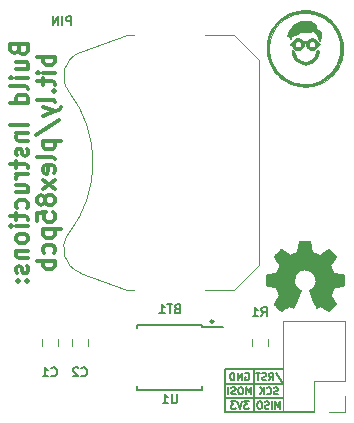
<source format=gbo>
G04 #@! TF.GenerationSoftware,KiCad,Pcbnew,(5.0.2)-1*
G04 #@! TF.CreationDate,2019-03-01T12:21:37-06:00*
G04 #@! TF.ProjectId,matrix_badge,6d617472-6978-45f6-9261-6467652e6b69,rev?*
G04 #@! TF.SameCoordinates,Original*
G04 #@! TF.FileFunction,Legend,Bot*
G04 #@! TF.FilePolarity,Positive*
%FSLAX46Y46*%
G04 Gerber Fmt 4.6, Leading zero omitted, Abs format (unit mm)*
G04 Created by KiCad (PCBNEW (5.0.2)-1) date 3/1/2019 12:21:37 PM*
%MOMM*%
%LPD*%
G01*
G04 APERTURE LIST*
%ADD10C,0.127000*%
%ADD11C,0.254000*%
%ADD12C,0.300000*%
%ADD13C,0.120000*%
%ADD14C,0.100000*%
%ADD15C,0.010000*%
%ADD16C,0.150000*%
G04 APERTURE END LIST*
D10*
X151828500Y-112776000D02*
X146939000Y-112776000D01*
X151828500Y-113982500D02*
X146939000Y-113982500D01*
X146939000Y-112776000D02*
X146939000Y-116395500D01*
X151828500Y-115189000D02*
X146939000Y-115189000D01*
X149352000Y-116395500D02*
X149352000Y-112776000D01*
X154432000Y-116395500D02*
X146939000Y-116395500D01*
X151579942Y-116099771D02*
X151579942Y-115490171D01*
X151376742Y-115925600D01*
X151173542Y-115490171D01*
X151173542Y-116099771D01*
X150883257Y-116099771D02*
X150883257Y-115490171D01*
X150622000Y-116070742D02*
X150534914Y-116099771D01*
X150389771Y-116099771D01*
X150331714Y-116070742D01*
X150302685Y-116041714D01*
X150273657Y-115983657D01*
X150273657Y-115925600D01*
X150302685Y-115867542D01*
X150331714Y-115838514D01*
X150389771Y-115809485D01*
X150505885Y-115780457D01*
X150563942Y-115751428D01*
X150592971Y-115722400D01*
X150622000Y-115664342D01*
X150622000Y-115606285D01*
X150592971Y-115548228D01*
X150563942Y-115519200D01*
X150505885Y-115490171D01*
X150360742Y-115490171D01*
X150273657Y-115519200D01*
X149896285Y-115490171D02*
X149780171Y-115490171D01*
X149722114Y-115519200D01*
X149664057Y-115577257D01*
X149635028Y-115693371D01*
X149635028Y-115896571D01*
X149664057Y-116012685D01*
X149722114Y-116070742D01*
X149780171Y-116099771D01*
X149896285Y-116099771D01*
X149954342Y-116070742D01*
X150012400Y-116012685D01*
X150041428Y-115896571D01*
X150041428Y-115693371D01*
X150012400Y-115577257D01*
X149954342Y-115519200D01*
X149896285Y-115490171D01*
X148900242Y-115490171D02*
X148522871Y-115490171D01*
X148726071Y-115722400D01*
X148638985Y-115722400D01*
X148580928Y-115751428D01*
X148551900Y-115780457D01*
X148522871Y-115838514D01*
X148522871Y-115983657D01*
X148551900Y-116041714D01*
X148580928Y-116070742D01*
X148638985Y-116099771D01*
X148813157Y-116099771D01*
X148871214Y-116070742D01*
X148900242Y-116041714D01*
X148348700Y-115490171D02*
X148145500Y-116099771D01*
X147942300Y-115490171D01*
X147797157Y-115490171D02*
X147419785Y-115490171D01*
X147622985Y-115722400D01*
X147535900Y-115722400D01*
X147477842Y-115751428D01*
X147448814Y-115780457D01*
X147419785Y-115838514D01*
X147419785Y-115983657D01*
X147448814Y-116041714D01*
X147477842Y-116070742D01*
X147535900Y-116099771D01*
X147710071Y-116099771D01*
X147768128Y-116070742D01*
X147797157Y-116041714D01*
X151188057Y-113048142D02*
X151710571Y-113831914D01*
X150636514Y-113686771D02*
X150839714Y-113396485D01*
X150984857Y-113686771D02*
X150984857Y-113077171D01*
X150752628Y-113077171D01*
X150694571Y-113106200D01*
X150665542Y-113135228D01*
X150636514Y-113193285D01*
X150636514Y-113280371D01*
X150665542Y-113338428D01*
X150694571Y-113367457D01*
X150752628Y-113396485D01*
X150984857Y-113396485D01*
X150404285Y-113657742D02*
X150317200Y-113686771D01*
X150172057Y-113686771D01*
X150114000Y-113657742D01*
X150084971Y-113628714D01*
X150055942Y-113570657D01*
X150055942Y-113512600D01*
X150084971Y-113454542D01*
X150114000Y-113425514D01*
X150172057Y-113396485D01*
X150288171Y-113367457D01*
X150346228Y-113338428D01*
X150375257Y-113309400D01*
X150404285Y-113251342D01*
X150404285Y-113193285D01*
X150375257Y-113135228D01*
X150346228Y-113106200D01*
X150288171Y-113077171D01*
X150143028Y-113077171D01*
X150055942Y-113106200D01*
X149881771Y-113077171D02*
X149533428Y-113077171D01*
X149707600Y-113686771D02*
X149707600Y-113077171D01*
X148609957Y-113106200D02*
X148668014Y-113077171D01*
X148755100Y-113077171D01*
X148842185Y-113106200D01*
X148900242Y-113164257D01*
X148929271Y-113222314D01*
X148958300Y-113338428D01*
X148958300Y-113425514D01*
X148929271Y-113541628D01*
X148900242Y-113599685D01*
X148842185Y-113657742D01*
X148755100Y-113686771D01*
X148697042Y-113686771D01*
X148609957Y-113657742D01*
X148580928Y-113628714D01*
X148580928Y-113425514D01*
X148697042Y-113425514D01*
X148319671Y-113686771D02*
X148319671Y-113077171D01*
X147971328Y-113686771D01*
X147971328Y-113077171D01*
X147681042Y-113686771D02*
X147681042Y-113077171D01*
X147535900Y-113077171D01*
X147448814Y-113106200D01*
X147390757Y-113164257D01*
X147361728Y-113222314D01*
X147332700Y-113338428D01*
X147332700Y-113425514D01*
X147361728Y-113541628D01*
X147390757Y-113599685D01*
X147448814Y-113657742D01*
X147535900Y-113686771D01*
X147681042Y-113686771D01*
X151405771Y-114864242D02*
X151318685Y-114893271D01*
X151173542Y-114893271D01*
X151115485Y-114864242D01*
X151086457Y-114835214D01*
X151057428Y-114777157D01*
X151057428Y-114719100D01*
X151086457Y-114661042D01*
X151115485Y-114632014D01*
X151173542Y-114602985D01*
X151289657Y-114573957D01*
X151347714Y-114544928D01*
X151376742Y-114515900D01*
X151405771Y-114457842D01*
X151405771Y-114399785D01*
X151376742Y-114341728D01*
X151347714Y-114312700D01*
X151289657Y-114283671D01*
X151144514Y-114283671D01*
X151057428Y-114312700D01*
X150447828Y-114835214D02*
X150476857Y-114864242D01*
X150563942Y-114893271D01*
X150622000Y-114893271D01*
X150709085Y-114864242D01*
X150767142Y-114806185D01*
X150796171Y-114748128D01*
X150825200Y-114632014D01*
X150825200Y-114544928D01*
X150796171Y-114428814D01*
X150767142Y-114370757D01*
X150709085Y-114312700D01*
X150622000Y-114283671D01*
X150563942Y-114283671D01*
X150476857Y-114312700D01*
X150447828Y-114341728D01*
X150186571Y-114893271D02*
X150186571Y-114283671D01*
X149838228Y-114893271D02*
X150099485Y-114544928D01*
X149838228Y-114283671D02*
X150186571Y-114632014D01*
X149103442Y-114893271D02*
X149103442Y-114283671D01*
X148900242Y-114719100D01*
X148697042Y-114283671D01*
X148697042Y-114893271D01*
X148290642Y-114283671D02*
X148174528Y-114283671D01*
X148116471Y-114312700D01*
X148058414Y-114370757D01*
X148029385Y-114486871D01*
X148029385Y-114690071D01*
X148058414Y-114806185D01*
X148116471Y-114864242D01*
X148174528Y-114893271D01*
X148290642Y-114893271D01*
X148348700Y-114864242D01*
X148406757Y-114806185D01*
X148435785Y-114690071D01*
X148435785Y-114486871D01*
X148406757Y-114370757D01*
X148348700Y-114312700D01*
X148290642Y-114283671D01*
X147797157Y-114864242D02*
X147710071Y-114893271D01*
X147564928Y-114893271D01*
X147506871Y-114864242D01*
X147477842Y-114835214D01*
X147448814Y-114777157D01*
X147448814Y-114719100D01*
X147477842Y-114661042D01*
X147506871Y-114632014D01*
X147564928Y-114602985D01*
X147681042Y-114573957D01*
X147739100Y-114544928D01*
X147768128Y-114515900D01*
X147797157Y-114457842D01*
X147797157Y-114399785D01*
X147768128Y-114341728D01*
X147739100Y-114312700D01*
X147681042Y-114283671D01*
X147535900Y-114283671D01*
X147448814Y-114312700D01*
X147187557Y-114893271D02*
X147187557Y-114283671D01*
D11*
X145923000Y-108712000D02*
G75*
G03X145923000Y-108712000I-127000J0D01*
G01*
D12*
X129432857Y-85714285D02*
X129504285Y-85928571D01*
X129575714Y-86000000D01*
X129718571Y-86071428D01*
X129932857Y-86071428D01*
X130075714Y-86000000D01*
X130147142Y-85928571D01*
X130218571Y-85785714D01*
X130218571Y-85214285D01*
X128718571Y-85214285D01*
X128718571Y-85714285D01*
X128790000Y-85857142D01*
X128861428Y-85928571D01*
X129004285Y-86000000D01*
X129147142Y-86000000D01*
X129290000Y-85928571D01*
X129361428Y-85857142D01*
X129432857Y-85714285D01*
X129432857Y-85214285D01*
X129218571Y-87357142D02*
X130218571Y-87357142D01*
X129218571Y-86714285D02*
X130004285Y-86714285D01*
X130147142Y-86785714D01*
X130218571Y-86928571D01*
X130218571Y-87142857D01*
X130147142Y-87285714D01*
X130075714Y-87357142D01*
X130218571Y-88071428D02*
X129218571Y-88071428D01*
X128718571Y-88071428D02*
X128790000Y-88000000D01*
X128861428Y-88071428D01*
X128790000Y-88142857D01*
X128718571Y-88071428D01*
X128861428Y-88071428D01*
X130218571Y-89000000D02*
X130147142Y-88857142D01*
X130004285Y-88785714D01*
X128718571Y-88785714D01*
X130218571Y-90214285D02*
X128718571Y-90214285D01*
X130147142Y-90214285D02*
X130218571Y-90071428D01*
X130218571Y-89785714D01*
X130147142Y-89642857D01*
X130075714Y-89571428D01*
X129932857Y-89500000D01*
X129504285Y-89500000D01*
X129361428Y-89571428D01*
X129290000Y-89642857D01*
X129218571Y-89785714D01*
X129218571Y-90071428D01*
X129290000Y-90214285D01*
X130218571Y-92071428D02*
X128718571Y-92071428D01*
X129218571Y-92785714D02*
X130218571Y-92785714D01*
X129361428Y-92785714D02*
X129290000Y-92857142D01*
X129218571Y-93000000D01*
X129218571Y-93214285D01*
X129290000Y-93357142D01*
X129432857Y-93428571D01*
X130218571Y-93428571D01*
X130147142Y-94071428D02*
X130218571Y-94214285D01*
X130218571Y-94500000D01*
X130147142Y-94642857D01*
X130004285Y-94714285D01*
X129932857Y-94714285D01*
X129790000Y-94642857D01*
X129718571Y-94500000D01*
X129718571Y-94285714D01*
X129647142Y-94142857D01*
X129504285Y-94071428D01*
X129432857Y-94071428D01*
X129290000Y-94142857D01*
X129218571Y-94285714D01*
X129218571Y-94500000D01*
X129290000Y-94642857D01*
X129218571Y-95142857D02*
X129218571Y-95714285D01*
X128718571Y-95357142D02*
X130004285Y-95357142D01*
X130147142Y-95428571D01*
X130218571Y-95571428D01*
X130218571Y-95714285D01*
X130218571Y-96214285D02*
X129218571Y-96214285D01*
X129504285Y-96214285D02*
X129361428Y-96285714D01*
X129290000Y-96357142D01*
X129218571Y-96500000D01*
X129218571Y-96642857D01*
X129218571Y-97785714D02*
X130218571Y-97785714D01*
X129218571Y-97142857D02*
X130004285Y-97142857D01*
X130147142Y-97214285D01*
X130218571Y-97357142D01*
X130218571Y-97571428D01*
X130147142Y-97714285D01*
X130075714Y-97785714D01*
X130147142Y-99142857D02*
X130218571Y-99000000D01*
X130218571Y-98714285D01*
X130147142Y-98571428D01*
X130075714Y-98500000D01*
X129932857Y-98428571D01*
X129504285Y-98428571D01*
X129361428Y-98500000D01*
X129290000Y-98571428D01*
X129218571Y-98714285D01*
X129218571Y-99000000D01*
X129290000Y-99142857D01*
X129218571Y-99571428D02*
X129218571Y-100142857D01*
X128718571Y-99785714D02*
X130004285Y-99785714D01*
X130147142Y-99857142D01*
X130218571Y-100000000D01*
X130218571Y-100142857D01*
X130218571Y-100642857D02*
X129218571Y-100642857D01*
X128718571Y-100642857D02*
X128790000Y-100571428D01*
X128861428Y-100642857D01*
X128790000Y-100714285D01*
X128718571Y-100642857D01*
X128861428Y-100642857D01*
X130218571Y-101571428D02*
X130147142Y-101428571D01*
X130075714Y-101357142D01*
X129932857Y-101285714D01*
X129504285Y-101285714D01*
X129361428Y-101357142D01*
X129290000Y-101428571D01*
X129218571Y-101571428D01*
X129218571Y-101785714D01*
X129290000Y-101928571D01*
X129361428Y-102000000D01*
X129504285Y-102071428D01*
X129932857Y-102071428D01*
X130075714Y-102000000D01*
X130147142Y-101928571D01*
X130218571Y-101785714D01*
X130218571Y-101571428D01*
X129218571Y-102714285D02*
X130218571Y-102714285D01*
X129361428Y-102714285D02*
X129290000Y-102785714D01*
X129218571Y-102928571D01*
X129218571Y-103142857D01*
X129290000Y-103285714D01*
X129432857Y-103357142D01*
X130218571Y-103357142D01*
X130147142Y-104000000D02*
X130218571Y-104142857D01*
X130218571Y-104428571D01*
X130147142Y-104571428D01*
X130004285Y-104642857D01*
X129932857Y-104642857D01*
X129790000Y-104571428D01*
X129718571Y-104428571D01*
X129718571Y-104214285D01*
X129647142Y-104071428D01*
X129504285Y-104000000D01*
X129432857Y-104000000D01*
X129290000Y-104071428D01*
X129218571Y-104214285D01*
X129218571Y-104428571D01*
X129290000Y-104571428D01*
X130075714Y-105285714D02*
X130147142Y-105357142D01*
X130218571Y-105285714D01*
X130147142Y-105214285D01*
X130075714Y-105285714D01*
X130218571Y-105285714D01*
X129290000Y-105285714D02*
X129361428Y-105357142D01*
X129432857Y-105285714D01*
X129361428Y-105214285D01*
X129290000Y-105285714D01*
X129432857Y-105285714D01*
X132504571Y-86285714D02*
X131004571Y-86285714D01*
X131576000Y-86285714D02*
X131504571Y-86428571D01*
X131504571Y-86714285D01*
X131576000Y-86857142D01*
X131647428Y-86928571D01*
X131790285Y-87000000D01*
X132218857Y-87000000D01*
X132361714Y-86928571D01*
X132433142Y-86857142D01*
X132504571Y-86714285D01*
X132504571Y-86428571D01*
X132433142Y-86285714D01*
X132504571Y-87642857D02*
X131504571Y-87642857D01*
X131004571Y-87642857D02*
X131076000Y-87571428D01*
X131147428Y-87642857D01*
X131076000Y-87714285D01*
X131004571Y-87642857D01*
X131147428Y-87642857D01*
X131504571Y-88142857D02*
X131504571Y-88714285D01*
X131004571Y-88357142D02*
X132290285Y-88357142D01*
X132433142Y-88428571D01*
X132504571Y-88571428D01*
X132504571Y-88714285D01*
X132361714Y-89214285D02*
X132433142Y-89285714D01*
X132504571Y-89214285D01*
X132433142Y-89142857D01*
X132361714Y-89214285D01*
X132504571Y-89214285D01*
X132504571Y-90142857D02*
X132433142Y-90000000D01*
X132290285Y-89928571D01*
X131004571Y-89928571D01*
X131504571Y-90571428D02*
X132504571Y-90928571D01*
X131504571Y-91285714D02*
X132504571Y-90928571D01*
X132861714Y-90785714D01*
X132933142Y-90714285D01*
X133004571Y-90571428D01*
X130933142Y-92928571D02*
X132861714Y-91642857D01*
X131504571Y-93428571D02*
X133004571Y-93428571D01*
X131576000Y-93428571D02*
X131504571Y-93571428D01*
X131504571Y-93857142D01*
X131576000Y-94000000D01*
X131647428Y-94071428D01*
X131790285Y-94142857D01*
X132218857Y-94142857D01*
X132361714Y-94071428D01*
X132433142Y-94000000D01*
X132504571Y-93857142D01*
X132504571Y-93571428D01*
X132433142Y-93428571D01*
X132504571Y-95000000D02*
X132433142Y-94857142D01*
X132290285Y-94785714D01*
X131004571Y-94785714D01*
X132433142Y-96142857D02*
X132504571Y-96000000D01*
X132504571Y-95714285D01*
X132433142Y-95571428D01*
X132290285Y-95500000D01*
X131718857Y-95500000D01*
X131576000Y-95571428D01*
X131504571Y-95714285D01*
X131504571Y-96000000D01*
X131576000Y-96142857D01*
X131718857Y-96214285D01*
X131861714Y-96214285D01*
X132004571Y-95500000D01*
X132504571Y-96714285D02*
X131504571Y-97500000D01*
X131504571Y-96714285D02*
X132504571Y-97500000D01*
X131647428Y-98285714D02*
X131576000Y-98142857D01*
X131504571Y-98071428D01*
X131361714Y-98000000D01*
X131290285Y-98000000D01*
X131147428Y-98071428D01*
X131076000Y-98142857D01*
X131004571Y-98285714D01*
X131004571Y-98571428D01*
X131076000Y-98714285D01*
X131147428Y-98785714D01*
X131290285Y-98857142D01*
X131361714Y-98857142D01*
X131504571Y-98785714D01*
X131576000Y-98714285D01*
X131647428Y-98571428D01*
X131647428Y-98285714D01*
X131718857Y-98142857D01*
X131790285Y-98071428D01*
X131933142Y-98000000D01*
X132218857Y-98000000D01*
X132361714Y-98071428D01*
X132433142Y-98142857D01*
X132504571Y-98285714D01*
X132504571Y-98571428D01*
X132433142Y-98714285D01*
X132361714Y-98785714D01*
X132218857Y-98857142D01*
X131933142Y-98857142D01*
X131790285Y-98785714D01*
X131718857Y-98714285D01*
X131647428Y-98571428D01*
X131004571Y-100214285D02*
X131004571Y-99500000D01*
X131718857Y-99428571D01*
X131647428Y-99500000D01*
X131576000Y-99642857D01*
X131576000Y-100000000D01*
X131647428Y-100142857D01*
X131718857Y-100214285D01*
X131861714Y-100285714D01*
X132218857Y-100285714D01*
X132361714Y-100214285D01*
X132433142Y-100142857D01*
X132504571Y-100000000D01*
X132504571Y-99642857D01*
X132433142Y-99500000D01*
X132361714Y-99428571D01*
X131504571Y-100928571D02*
X133004571Y-100928571D01*
X131576000Y-100928571D02*
X131504571Y-101071428D01*
X131504571Y-101357142D01*
X131576000Y-101500000D01*
X131647428Y-101571428D01*
X131790285Y-101642857D01*
X132218857Y-101642857D01*
X132361714Y-101571428D01*
X132433142Y-101500000D01*
X132504571Y-101357142D01*
X132504571Y-101071428D01*
X132433142Y-100928571D01*
X132433142Y-102928571D02*
X132504571Y-102785714D01*
X132504571Y-102500000D01*
X132433142Y-102357142D01*
X132361714Y-102285714D01*
X132218857Y-102214285D01*
X131790285Y-102214285D01*
X131647428Y-102285714D01*
X131576000Y-102357142D01*
X131504571Y-102500000D01*
X131504571Y-102785714D01*
X131576000Y-102928571D01*
X132504571Y-103571428D02*
X131004571Y-103571428D01*
X131576000Y-103571428D02*
X131504571Y-103714285D01*
X131504571Y-104000000D01*
X131576000Y-104142857D01*
X131647428Y-104214285D01*
X131790285Y-104285714D01*
X132218857Y-104285714D01*
X132361714Y-104214285D01*
X132433142Y-104142857D01*
X132504571Y-104000000D01*
X132504571Y-103714285D01*
X132433142Y-103571428D01*
D13*
G04 #@! TO.C,J1*
X151832000Y-116392000D02*
X154432000Y-116392000D01*
X151832000Y-116392000D02*
X151832000Y-108652000D01*
X151832000Y-108652000D02*
X157032000Y-108652000D01*
X157032000Y-113792000D02*
X157032000Y-108652000D01*
X154432000Y-113792000D02*
X157032000Y-113792000D01*
X154432000Y-116392000D02*
X154432000Y-113792000D01*
X157032000Y-116392000D02*
X157032000Y-115062000D01*
X155702000Y-116392000D02*
X157032000Y-116392000D01*
D14*
G04 #@! TO.C,BT1*
X133686464Y-101254601D02*
G75*
G03X133690000Y-89250000I-7806464J6004601D01*
G01*
X133673470Y-101253354D02*
G75*
G03X134660000Y-104590000I1716530J-1306646D01*
G01*
X138610000Y-106030000D02*
X134660000Y-104590000D01*
X149780000Y-103950000D02*
X147700000Y-106030000D01*
X149780000Y-86550000D02*
X149780000Y-103950000D01*
X149780000Y-86550000D02*
X147700000Y-84470000D01*
X138610000Y-84470000D02*
X134660000Y-85910000D01*
X134651831Y-85924756D02*
G75*
G03X133690000Y-89250000I738169J-2015244D01*
G01*
X147700000Y-106030000D02*
X145240000Y-106030000D01*
X139240000Y-106030000D02*
X138610000Y-106030000D01*
X147700000Y-84470000D02*
X145240000Y-84470000D01*
X139240000Y-84470000D02*
X138610000Y-84470000D01*
D13*
G04 #@! TO.C,C1*
X132790000Y-110228748D02*
X132790000Y-110751252D01*
X131370000Y-110228748D02*
X131370000Y-110751252D01*
G04 #@! TO.C,C2*
X135330000Y-110228748D02*
X135330000Y-110751252D01*
X133910000Y-110228748D02*
X133910000Y-110751252D01*
G04 #@! TO.C,R1*
X149150000Y-110228748D02*
X149150000Y-110751252D01*
X150570000Y-110228748D02*
X150570000Y-110751252D01*
D15*
G04 #@! TO.C,REF\002A\002A*
G36*
X153114186Y-102370931D02*
X153030365Y-102815555D01*
X152721080Y-102943053D01*
X152411794Y-103070551D01*
X152040754Y-102818246D01*
X151936843Y-102747996D01*
X151842913Y-102685272D01*
X151763348Y-102632938D01*
X151702530Y-102593857D01*
X151664843Y-102570893D01*
X151654579Y-102565942D01*
X151636090Y-102578676D01*
X151596580Y-102613882D01*
X151540478Y-102667062D01*
X151472213Y-102733718D01*
X151396214Y-102809354D01*
X151316908Y-102889472D01*
X151238725Y-102969574D01*
X151166093Y-103045164D01*
X151103441Y-103111745D01*
X151055197Y-103164818D01*
X151025790Y-103199887D01*
X151018759Y-103211623D01*
X151028877Y-103233260D01*
X151057241Y-103280662D01*
X151100871Y-103349193D01*
X151156782Y-103434215D01*
X151221994Y-103531093D01*
X151259781Y-103586350D01*
X151328657Y-103687248D01*
X151389860Y-103778299D01*
X151440422Y-103854970D01*
X151477372Y-103912728D01*
X151497742Y-103947043D01*
X151500803Y-103954254D01*
X151493864Y-103974748D01*
X151474949Y-104022513D01*
X151446913Y-104090832D01*
X151412609Y-104172989D01*
X151374891Y-104262270D01*
X151336613Y-104351958D01*
X151300630Y-104435338D01*
X151269794Y-104505694D01*
X151246961Y-104556310D01*
X151234983Y-104580471D01*
X151234276Y-104581422D01*
X151215469Y-104586036D01*
X151165382Y-104596328D01*
X151089207Y-104611287D01*
X150992135Y-104629901D01*
X150879357Y-104651159D01*
X150813558Y-104663418D01*
X150693050Y-104686362D01*
X150584203Y-104708195D01*
X150492524Y-104727722D01*
X150423519Y-104743748D01*
X150382696Y-104755079D01*
X150374489Y-104758674D01*
X150366452Y-104783006D01*
X150359967Y-104837959D01*
X150355030Y-104917108D01*
X150351636Y-105014026D01*
X150349782Y-105122287D01*
X150349462Y-105235465D01*
X150350673Y-105347135D01*
X150353410Y-105450868D01*
X150357669Y-105540241D01*
X150363445Y-105608826D01*
X150370733Y-105650197D01*
X150375105Y-105658810D01*
X150401236Y-105669133D01*
X150456607Y-105683892D01*
X150533893Y-105701352D01*
X150625770Y-105719780D01*
X150657842Y-105725741D01*
X150812476Y-105754066D01*
X150934625Y-105776876D01*
X151028327Y-105795080D01*
X151097616Y-105809583D01*
X151146529Y-105821292D01*
X151179103Y-105831115D01*
X151199372Y-105839956D01*
X151211374Y-105848724D01*
X151213053Y-105850457D01*
X151229816Y-105878371D01*
X151255386Y-105932695D01*
X151287212Y-106006777D01*
X151322740Y-106093965D01*
X151359417Y-106187608D01*
X151394689Y-106281052D01*
X151426004Y-106367647D01*
X151450807Y-106440740D01*
X151466546Y-106493678D01*
X151470668Y-106519811D01*
X151470324Y-106520726D01*
X151456359Y-106542086D01*
X151424678Y-106589084D01*
X151378609Y-106656827D01*
X151321482Y-106740423D01*
X151256627Y-106834982D01*
X151238157Y-106861854D01*
X151172301Y-106959275D01*
X151114350Y-107048163D01*
X151067462Y-107123412D01*
X151034793Y-107179920D01*
X151019500Y-107212581D01*
X151018759Y-107216593D01*
X151031608Y-107237684D01*
X151067112Y-107279464D01*
X151120707Y-107337445D01*
X151187829Y-107407135D01*
X151263913Y-107484045D01*
X151344396Y-107563683D01*
X151424713Y-107641561D01*
X151500301Y-107713186D01*
X151566595Y-107774070D01*
X151619031Y-107819721D01*
X151653045Y-107845650D01*
X151662455Y-107849883D01*
X151684357Y-107839912D01*
X151729200Y-107813020D01*
X151789679Y-107773736D01*
X151836211Y-107742117D01*
X151920525Y-107684098D01*
X152020374Y-107615784D01*
X152120527Y-107547579D01*
X152174373Y-107511075D01*
X152356629Y-107387800D01*
X152509619Y-107470520D01*
X152579318Y-107506759D01*
X152638586Y-107534926D01*
X152678689Y-107550991D01*
X152688897Y-107553226D01*
X152701171Y-107536722D01*
X152725387Y-107490082D01*
X152759737Y-107417609D01*
X152802412Y-107323606D01*
X152851606Y-107212374D01*
X152905510Y-107088215D01*
X152962316Y-106955432D01*
X153020218Y-106818327D01*
X153077407Y-106681202D01*
X153132076Y-106548358D01*
X153182416Y-106424098D01*
X153226620Y-106312725D01*
X153262881Y-106218539D01*
X153289391Y-106145844D01*
X153304342Y-106098941D01*
X153306746Y-106082833D01*
X153287689Y-106062286D01*
X153245964Y-106028933D01*
X153190294Y-105989702D01*
X153185622Y-105986599D01*
X153041736Y-105871423D01*
X152925717Y-105737053D01*
X152838570Y-105587784D01*
X152781301Y-105427913D01*
X152754914Y-105261737D01*
X152760415Y-105093552D01*
X152798810Y-104927655D01*
X152871105Y-104768342D01*
X152892374Y-104733487D01*
X153003004Y-104592737D01*
X153133698Y-104479714D01*
X153279936Y-104395003D01*
X153437192Y-104339194D01*
X153600943Y-104312874D01*
X153766667Y-104316630D01*
X153929838Y-104351050D01*
X154085935Y-104416723D01*
X154230433Y-104514235D01*
X154275131Y-104553813D01*
X154388888Y-104677703D01*
X154471782Y-104808124D01*
X154528644Y-104954315D01*
X154560313Y-105099088D01*
X154568131Y-105261860D01*
X154542062Y-105425440D01*
X154484755Y-105584298D01*
X154398856Y-105732906D01*
X154287014Y-105865735D01*
X154151877Y-105977256D01*
X154134117Y-105989011D01*
X154077850Y-106027508D01*
X154035077Y-106060863D01*
X154014628Y-106082160D01*
X154014331Y-106082833D01*
X154018721Y-106105871D01*
X154036124Y-106158157D01*
X154064732Y-106235390D01*
X154102735Y-106333268D01*
X154148326Y-106447491D01*
X154199697Y-106573758D01*
X154255038Y-106707767D01*
X154312542Y-106845218D01*
X154370399Y-106981808D01*
X154426802Y-107113237D01*
X154479942Y-107235205D01*
X154528010Y-107343409D01*
X154569199Y-107433549D01*
X154601699Y-107501323D01*
X154623703Y-107542430D01*
X154632564Y-107553226D01*
X154659640Y-107544819D01*
X154710303Y-107522272D01*
X154775817Y-107489613D01*
X154811841Y-107470520D01*
X154964832Y-107387800D01*
X155147088Y-107511075D01*
X155240125Y-107574228D01*
X155341985Y-107643727D01*
X155437438Y-107709165D01*
X155485250Y-107742117D01*
X155552495Y-107787273D01*
X155609436Y-107823057D01*
X155648646Y-107844938D01*
X155661381Y-107849563D01*
X155679917Y-107837085D01*
X155720941Y-107802252D01*
X155780475Y-107748678D01*
X155854542Y-107679983D01*
X155939165Y-107599781D01*
X155992685Y-107548286D01*
X156086319Y-107456286D01*
X156167241Y-107373999D01*
X156232177Y-107304945D01*
X156277858Y-107252644D01*
X156301011Y-107220616D01*
X156303232Y-107214116D01*
X156292924Y-107189394D01*
X156264439Y-107139405D01*
X156220937Y-107069212D01*
X156165577Y-106983875D01*
X156101520Y-106888456D01*
X156083303Y-106861854D01*
X156016927Y-106765167D01*
X155957378Y-106678117D01*
X155907984Y-106605595D01*
X155872075Y-106552493D01*
X155852981Y-106523703D01*
X155851136Y-106520726D01*
X155853895Y-106497782D01*
X155868538Y-106447336D01*
X155892513Y-106376041D01*
X155923266Y-106290547D01*
X155958244Y-106197507D01*
X155994893Y-106103574D01*
X156030661Y-106015399D01*
X156062994Y-105939634D01*
X156089338Y-105882931D01*
X156107142Y-105851943D01*
X156108407Y-105850457D01*
X156119294Y-105841601D01*
X156137682Y-105832843D01*
X156167606Y-105823277D01*
X156213103Y-105811996D01*
X156278209Y-105798093D01*
X156366961Y-105780663D01*
X156483393Y-105758798D01*
X156631542Y-105731591D01*
X156663618Y-105725741D01*
X156758686Y-105707374D01*
X156841565Y-105689405D01*
X156904930Y-105673569D01*
X156941458Y-105661600D01*
X156946356Y-105658810D01*
X156954427Y-105634072D01*
X156960987Y-105578790D01*
X156966033Y-105499389D01*
X156969559Y-105402296D01*
X156971561Y-105293938D01*
X156972036Y-105180740D01*
X156970977Y-105069128D01*
X156968382Y-104965529D01*
X156964246Y-104876368D01*
X156958563Y-104808072D01*
X156951331Y-104767066D01*
X156946971Y-104758674D01*
X156922698Y-104750208D01*
X156867426Y-104736435D01*
X156786662Y-104718550D01*
X156685912Y-104697748D01*
X156570683Y-104675223D01*
X156507902Y-104663418D01*
X156388787Y-104641151D01*
X156282565Y-104620979D01*
X156194427Y-104603915D01*
X156129566Y-104590969D01*
X156093174Y-104583155D01*
X156087184Y-104581422D01*
X156077061Y-104561890D01*
X156055662Y-104514843D01*
X156025839Y-104447003D01*
X155990445Y-104365091D01*
X155952332Y-104275828D01*
X155914353Y-104185935D01*
X155879360Y-104102135D01*
X155850206Y-104031147D01*
X155829743Y-103979694D01*
X155820823Y-103954497D01*
X155820657Y-103953396D01*
X155830769Y-103933519D01*
X155859117Y-103887777D01*
X155902723Y-103820717D01*
X155958606Y-103736884D01*
X156023787Y-103640826D01*
X156061679Y-103585650D01*
X156130725Y-103484481D01*
X156192050Y-103392630D01*
X156242663Y-103314744D01*
X156279571Y-103255469D01*
X156299782Y-103219451D01*
X156302701Y-103211377D01*
X156290153Y-103192584D01*
X156255463Y-103152457D01*
X156203063Y-103095493D01*
X156137384Y-103026185D01*
X156062856Y-102949031D01*
X155983913Y-102868525D01*
X155904983Y-102789163D01*
X155830500Y-102715440D01*
X155764894Y-102651852D01*
X155712596Y-102602894D01*
X155678039Y-102573061D01*
X155666478Y-102565942D01*
X155647654Y-102575953D01*
X155602631Y-102604078D01*
X155535787Y-102647454D01*
X155451499Y-102703218D01*
X155354144Y-102768506D01*
X155280707Y-102818246D01*
X154909667Y-103070551D01*
X154291095Y-102815555D01*
X154207275Y-102370931D01*
X154123454Y-101926307D01*
X153198006Y-101926307D01*
X153114186Y-102370931D01*
X153114186Y-102370931D01*
G37*
X153114186Y-102370931D02*
X153030365Y-102815555D01*
X152721080Y-102943053D01*
X152411794Y-103070551D01*
X152040754Y-102818246D01*
X151936843Y-102747996D01*
X151842913Y-102685272D01*
X151763348Y-102632938D01*
X151702530Y-102593857D01*
X151664843Y-102570893D01*
X151654579Y-102565942D01*
X151636090Y-102578676D01*
X151596580Y-102613882D01*
X151540478Y-102667062D01*
X151472213Y-102733718D01*
X151396214Y-102809354D01*
X151316908Y-102889472D01*
X151238725Y-102969574D01*
X151166093Y-103045164D01*
X151103441Y-103111745D01*
X151055197Y-103164818D01*
X151025790Y-103199887D01*
X151018759Y-103211623D01*
X151028877Y-103233260D01*
X151057241Y-103280662D01*
X151100871Y-103349193D01*
X151156782Y-103434215D01*
X151221994Y-103531093D01*
X151259781Y-103586350D01*
X151328657Y-103687248D01*
X151389860Y-103778299D01*
X151440422Y-103854970D01*
X151477372Y-103912728D01*
X151497742Y-103947043D01*
X151500803Y-103954254D01*
X151493864Y-103974748D01*
X151474949Y-104022513D01*
X151446913Y-104090832D01*
X151412609Y-104172989D01*
X151374891Y-104262270D01*
X151336613Y-104351958D01*
X151300630Y-104435338D01*
X151269794Y-104505694D01*
X151246961Y-104556310D01*
X151234983Y-104580471D01*
X151234276Y-104581422D01*
X151215469Y-104586036D01*
X151165382Y-104596328D01*
X151089207Y-104611287D01*
X150992135Y-104629901D01*
X150879357Y-104651159D01*
X150813558Y-104663418D01*
X150693050Y-104686362D01*
X150584203Y-104708195D01*
X150492524Y-104727722D01*
X150423519Y-104743748D01*
X150382696Y-104755079D01*
X150374489Y-104758674D01*
X150366452Y-104783006D01*
X150359967Y-104837959D01*
X150355030Y-104917108D01*
X150351636Y-105014026D01*
X150349782Y-105122287D01*
X150349462Y-105235465D01*
X150350673Y-105347135D01*
X150353410Y-105450868D01*
X150357669Y-105540241D01*
X150363445Y-105608826D01*
X150370733Y-105650197D01*
X150375105Y-105658810D01*
X150401236Y-105669133D01*
X150456607Y-105683892D01*
X150533893Y-105701352D01*
X150625770Y-105719780D01*
X150657842Y-105725741D01*
X150812476Y-105754066D01*
X150934625Y-105776876D01*
X151028327Y-105795080D01*
X151097616Y-105809583D01*
X151146529Y-105821292D01*
X151179103Y-105831115D01*
X151199372Y-105839956D01*
X151211374Y-105848724D01*
X151213053Y-105850457D01*
X151229816Y-105878371D01*
X151255386Y-105932695D01*
X151287212Y-106006777D01*
X151322740Y-106093965D01*
X151359417Y-106187608D01*
X151394689Y-106281052D01*
X151426004Y-106367647D01*
X151450807Y-106440740D01*
X151466546Y-106493678D01*
X151470668Y-106519811D01*
X151470324Y-106520726D01*
X151456359Y-106542086D01*
X151424678Y-106589084D01*
X151378609Y-106656827D01*
X151321482Y-106740423D01*
X151256627Y-106834982D01*
X151238157Y-106861854D01*
X151172301Y-106959275D01*
X151114350Y-107048163D01*
X151067462Y-107123412D01*
X151034793Y-107179920D01*
X151019500Y-107212581D01*
X151018759Y-107216593D01*
X151031608Y-107237684D01*
X151067112Y-107279464D01*
X151120707Y-107337445D01*
X151187829Y-107407135D01*
X151263913Y-107484045D01*
X151344396Y-107563683D01*
X151424713Y-107641561D01*
X151500301Y-107713186D01*
X151566595Y-107774070D01*
X151619031Y-107819721D01*
X151653045Y-107845650D01*
X151662455Y-107849883D01*
X151684357Y-107839912D01*
X151729200Y-107813020D01*
X151789679Y-107773736D01*
X151836211Y-107742117D01*
X151920525Y-107684098D01*
X152020374Y-107615784D01*
X152120527Y-107547579D01*
X152174373Y-107511075D01*
X152356629Y-107387800D01*
X152509619Y-107470520D01*
X152579318Y-107506759D01*
X152638586Y-107534926D01*
X152678689Y-107550991D01*
X152688897Y-107553226D01*
X152701171Y-107536722D01*
X152725387Y-107490082D01*
X152759737Y-107417609D01*
X152802412Y-107323606D01*
X152851606Y-107212374D01*
X152905510Y-107088215D01*
X152962316Y-106955432D01*
X153020218Y-106818327D01*
X153077407Y-106681202D01*
X153132076Y-106548358D01*
X153182416Y-106424098D01*
X153226620Y-106312725D01*
X153262881Y-106218539D01*
X153289391Y-106145844D01*
X153304342Y-106098941D01*
X153306746Y-106082833D01*
X153287689Y-106062286D01*
X153245964Y-106028933D01*
X153190294Y-105989702D01*
X153185622Y-105986599D01*
X153041736Y-105871423D01*
X152925717Y-105737053D01*
X152838570Y-105587784D01*
X152781301Y-105427913D01*
X152754914Y-105261737D01*
X152760415Y-105093552D01*
X152798810Y-104927655D01*
X152871105Y-104768342D01*
X152892374Y-104733487D01*
X153003004Y-104592737D01*
X153133698Y-104479714D01*
X153279936Y-104395003D01*
X153437192Y-104339194D01*
X153600943Y-104312874D01*
X153766667Y-104316630D01*
X153929838Y-104351050D01*
X154085935Y-104416723D01*
X154230433Y-104514235D01*
X154275131Y-104553813D01*
X154388888Y-104677703D01*
X154471782Y-104808124D01*
X154528644Y-104954315D01*
X154560313Y-105099088D01*
X154568131Y-105261860D01*
X154542062Y-105425440D01*
X154484755Y-105584298D01*
X154398856Y-105732906D01*
X154287014Y-105865735D01*
X154151877Y-105977256D01*
X154134117Y-105989011D01*
X154077850Y-106027508D01*
X154035077Y-106060863D01*
X154014628Y-106082160D01*
X154014331Y-106082833D01*
X154018721Y-106105871D01*
X154036124Y-106158157D01*
X154064732Y-106235390D01*
X154102735Y-106333268D01*
X154148326Y-106447491D01*
X154199697Y-106573758D01*
X154255038Y-106707767D01*
X154312542Y-106845218D01*
X154370399Y-106981808D01*
X154426802Y-107113237D01*
X154479942Y-107235205D01*
X154528010Y-107343409D01*
X154569199Y-107433549D01*
X154601699Y-107501323D01*
X154623703Y-107542430D01*
X154632564Y-107553226D01*
X154659640Y-107544819D01*
X154710303Y-107522272D01*
X154775817Y-107489613D01*
X154811841Y-107470520D01*
X154964832Y-107387800D01*
X155147088Y-107511075D01*
X155240125Y-107574228D01*
X155341985Y-107643727D01*
X155437438Y-107709165D01*
X155485250Y-107742117D01*
X155552495Y-107787273D01*
X155609436Y-107823057D01*
X155648646Y-107844938D01*
X155661381Y-107849563D01*
X155679917Y-107837085D01*
X155720941Y-107802252D01*
X155780475Y-107748678D01*
X155854542Y-107679983D01*
X155939165Y-107599781D01*
X155992685Y-107548286D01*
X156086319Y-107456286D01*
X156167241Y-107373999D01*
X156232177Y-107304945D01*
X156277858Y-107252644D01*
X156301011Y-107220616D01*
X156303232Y-107214116D01*
X156292924Y-107189394D01*
X156264439Y-107139405D01*
X156220937Y-107069212D01*
X156165577Y-106983875D01*
X156101520Y-106888456D01*
X156083303Y-106861854D01*
X156016927Y-106765167D01*
X155957378Y-106678117D01*
X155907984Y-106605595D01*
X155872075Y-106552493D01*
X155852981Y-106523703D01*
X155851136Y-106520726D01*
X155853895Y-106497782D01*
X155868538Y-106447336D01*
X155892513Y-106376041D01*
X155923266Y-106290547D01*
X155958244Y-106197507D01*
X155994893Y-106103574D01*
X156030661Y-106015399D01*
X156062994Y-105939634D01*
X156089338Y-105882931D01*
X156107142Y-105851943D01*
X156108407Y-105850457D01*
X156119294Y-105841601D01*
X156137682Y-105832843D01*
X156167606Y-105823277D01*
X156213103Y-105811996D01*
X156278209Y-105798093D01*
X156366961Y-105780663D01*
X156483393Y-105758798D01*
X156631542Y-105731591D01*
X156663618Y-105725741D01*
X156758686Y-105707374D01*
X156841565Y-105689405D01*
X156904930Y-105673569D01*
X156941458Y-105661600D01*
X156946356Y-105658810D01*
X156954427Y-105634072D01*
X156960987Y-105578790D01*
X156966033Y-105499389D01*
X156969559Y-105402296D01*
X156971561Y-105293938D01*
X156972036Y-105180740D01*
X156970977Y-105069128D01*
X156968382Y-104965529D01*
X156964246Y-104876368D01*
X156958563Y-104808072D01*
X156951331Y-104767066D01*
X156946971Y-104758674D01*
X156922698Y-104750208D01*
X156867426Y-104736435D01*
X156786662Y-104718550D01*
X156685912Y-104697748D01*
X156570683Y-104675223D01*
X156507902Y-104663418D01*
X156388787Y-104641151D01*
X156282565Y-104620979D01*
X156194427Y-104603915D01*
X156129566Y-104590969D01*
X156093174Y-104583155D01*
X156087184Y-104581422D01*
X156077061Y-104561890D01*
X156055662Y-104514843D01*
X156025839Y-104447003D01*
X155990445Y-104365091D01*
X155952332Y-104275828D01*
X155914353Y-104185935D01*
X155879360Y-104102135D01*
X155850206Y-104031147D01*
X155829743Y-103979694D01*
X155820823Y-103954497D01*
X155820657Y-103953396D01*
X155830769Y-103933519D01*
X155859117Y-103887777D01*
X155902723Y-103820717D01*
X155958606Y-103736884D01*
X156023787Y-103640826D01*
X156061679Y-103585650D01*
X156130725Y-103484481D01*
X156192050Y-103392630D01*
X156242663Y-103314744D01*
X156279571Y-103255469D01*
X156299782Y-103219451D01*
X156302701Y-103211377D01*
X156290153Y-103192584D01*
X156255463Y-103152457D01*
X156203063Y-103095493D01*
X156137384Y-103026185D01*
X156062856Y-102949031D01*
X155983913Y-102868525D01*
X155904983Y-102789163D01*
X155830500Y-102715440D01*
X155764894Y-102651852D01*
X155712596Y-102602894D01*
X155678039Y-102573061D01*
X155666478Y-102565942D01*
X155647654Y-102575953D01*
X155602631Y-102604078D01*
X155535787Y-102647454D01*
X155451499Y-102703218D01*
X155354144Y-102768506D01*
X155280707Y-102818246D01*
X154909667Y-103070551D01*
X154291095Y-102815555D01*
X154207275Y-102370931D01*
X154123454Y-101926307D01*
X153198006Y-101926307D01*
X153114186Y-102370931D01*
G04 #@! TO.C,G\002A\002A\002A*
G36*
X153471705Y-82361234D02*
X153196514Y-82388480D01*
X152996900Y-82424013D01*
X152716338Y-82496434D01*
X152446611Y-82591659D01*
X152188488Y-82709171D01*
X151942738Y-82848453D01*
X151710133Y-83008988D01*
X151491442Y-83190259D01*
X151287435Y-83391749D01*
X151098881Y-83612942D01*
X150974649Y-83781900D01*
X150835895Y-84004264D01*
X150715375Y-84242155D01*
X150614030Y-84492496D01*
X150532803Y-84752210D01*
X150472635Y-85018219D01*
X150434467Y-85287447D01*
X150419240Y-85556815D01*
X150418994Y-85598000D01*
X150431727Y-85881632D01*
X150468949Y-86160706D01*
X150529948Y-86433856D01*
X150614014Y-86699713D01*
X150720435Y-86956912D01*
X150848503Y-87204087D01*
X150997505Y-87439870D01*
X151166731Y-87662894D01*
X151355471Y-87871794D01*
X151563014Y-88065203D01*
X151788649Y-88241754D01*
X151796750Y-88247529D01*
X152027689Y-88396262D01*
X152272386Y-88524623D01*
X152528485Y-88631876D01*
X152793631Y-88717282D01*
X153065466Y-88780105D01*
X153341635Y-88819606D01*
X153619780Y-88835047D01*
X153673826Y-88835193D01*
X153758608Y-88833627D01*
X153846584Y-88830182D01*
X153929537Y-88825299D01*
X153999253Y-88819418D01*
X154025600Y-88816369D01*
X154321235Y-88765854D01*
X154603605Y-88693697D01*
X154872839Y-88599837D01*
X155129066Y-88484213D01*
X155372417Y-88346764D01*
X155603020Y-88187429D01*
X155821005Y-88006147D01*
X155897142Y-87934800D01*
X156012629Y-87819443D01*
X156112821Y-87710538D01*
X156203815Y-87600846D01*
X156291713Y-87483128D01*
X156355488Y-87390851D01*
X156457770Y-87226203D01*
X156553734Y-87047121D01*
X156640693Y-86859814D01*
X156715959Y-86670488D01*
X156776844Y-86485351D01*
X156818307Y-86321900D01*
X156838969Y-86222924D01*
X156855204Y-86140053D01*
X156867541Y-86067887D01*
X156876511Y-86001029D01*
X156882646Y-85934078D01*
X156886475Y-85861635D01*
X156888529Y-85778302D01*
X156889339Y-85678680D01*
X156889450Y-85598000D01*
X156889261Y-85551249D01*
X156678468Y-85551249D01*
X156677449Y-85671061D01*
X156669884Y-85797757D01*
X156660273Y-85899986D01*
X156618873Y-86177881D01*
X156554174Y-86446041D01*
X156466436Y-86703906D01*
X156355919Y-86950916D01*
X156222882Y-87186510D01*
X156067586Y-87410129D01*
X155890288Y-87621212D01*
X155835522Y-87679249D01*
X155629438Y-87874896D01*
X155411829Y-88048082D01*
X155183105Y-88198599D01*
X154943674Y-88326242D01*
X154693945Y-88430804D01*
X154434329Y-88512078D01*
X154165234Y-88569858D01*
X154031950Y-88589296D01*
X153951239Y-88596815D01*
X153852295Y-88602157D01*
X153742200Y-88605265D01*
X153628033Y-88606083D01*
X153516875Y-88604554D01*
X153415804Y-88600622D01*
X153337971Y-88594848D01*
X153237225Y-88582081D01*
X153125016Y-88563187D01*
X153007842Y-88539636D01*
X152892201Y-88512896D01*
X152784591Y-88484435D01*
X152691511Y-88455722D01*
X152641300Y-88437389D01*
X152438331Y-88351902D01*
X152256348Y-88264688D01*
X152090960Y-88172919D01*
X151937776Y-88073767D01*
X151792407Y-87964404D01*
X151650461Y-87842003D01*
X151516833Y-87713139D01*
X151330192Y-87507232D01*
X151164754Y-87288184D01*
X151021108Y-87057044D01*
X150899846Y-86814860D01*
X150801557Y-86562683D01*
X150730178Y-86315550D01*
X150707758Y-86220193D01*
X150690167Y-86137573D01*
X150676832Y-86062300D01*
X150667182Y-85988981D01*
X150660642Y-85912226D01*
X150656641Y-85826642D01*
X150654605Y-85726838D01*
X150653962Y-85607422D01*
X150653954Y-85598000D01*
X150654469Y-85473261D01*
X150656564Y-85368521D01*
X150660818Y-85278399D01*
X150667809Y-85197513D01*
X150678116Y-85120483D01*
X150692318Y-85041926D01*
X150710993Y-84956462D01*
X150732462Y-84867750D01*
X150810718Y-84605203D01*
X150911471Y-84353236D01*
X151033630Y-84113009D01*
X151176105Y-83885682D01*
X151337802Y-83672416D01*
X151517632Y-83474368D01*
X151714503Y-83292701D01*
X151927323Y-83128573D01*
X152155003Y-82983145D01*
X152396449Y-82857577D01*
X152650571Y-82753027D01*
X152755600Y-82717329D01*
X152999648Y-82651910D01*
X153253398Y-82607913D01*
X153513092Y-82585313D01*
X153774975Y-82584084D01*
X154035290Y-82604200D01*
X154290281Y-82645635D01*
X154536193Y-82708365D01*
X154603450Y-82729923D01*
X154861925Y-82829714D01*
X155107209Y-82950482D01*
X155338359Y-83091048D01*
X155554428Y-83250236D01*
X155754471Y-83426868D01*
X155937541Y-83619768D01*
X156102694Y-83827757D01*
X156248983Y-84049658D01*
X156375464Y-84284294D01*
X156481190Y-84530489D01*
X156565216Y-84787064D01*
X156626596Y-85052842D01*
X156660916Y-85291381D01*
X156672954Y-85428097D01*
X156678468Y-85551249D01*
X156889261Y-85551249D01*
X156888948Y-85473913D01*
X156887118Y-85370038D01*
X156883482Y-85281200D01*
X156877560Y-85202226D01*
X156868869Y-85127940D01*
X156856931Y-85053169D01*
X156841265Y-84972738D01*
X156824009Y-84893150D01*
X156750079Y-84619905D01*
X156652997Y-84355666D01*
X156533833Y-84101794D01*
X156393658Y-83859651D01*
X156233542Y-83630598D01*
X156054555Y-83415997D01*
X155857769Y-83217209D01*
X155644253Y-83035597D01*
X155415077Y-82872522D01*
X155171313Y-82729345D01*
X155090473Y-82687989D01*
X154837064Y-82576749D01*
X154573760Y-82487800D01*
X154303065Y-82421458D01*
X154027487Y-82378039D01*
X153749532Y-82357859D01*
X153471705Y-82361234D01*
X153471705Y-82361234D01*
G37*
X153471705Y-82361234D02*
X153196514Y-82388480D01*
X152996900Y-82424013D01*
X152716338Y-82496434D01*
X152446611Y-82591659D01*
X152188488Y-82709171D01*
X151942738Y-82848453D01*
X151710133Y-83008988D01*
X151491442Y-83190259D01*
X151287435Y-83391749D01*
X151098881Y-83612942D01*
X150974649Y-83781900D01*
X150835895Y-84004264D01*
X150715375Y-84242155D01*
X150614030Y-84492496D01*
X150532803Y-84752210D01*
X150472635Y-85018219D01*
X150434467Y-85287447D01*
X150419240Y-85556815D01*
X150418994Y-85598000D01*
X150431727Y-85881632D01*
X150468949Y-86160706D01*
X150529948Y-86433856D01*
X150614014Y-86699713D01*
X150720435Y-86956912D01*
X150848503Y-87204087D01*
X150997505Y-87439870D01*
X151166731Y-87662894D01*
X151355471Y-87871794D01*
X151563014Y-88065203D01*
X151788649Y-88241754D01*
X151796750Y-88247529D01*
X152027689Y-88396262D01*
X152272386Y-88524623D01*
X152528485Y-88631876D01*
X152793631Y-88717282D01*
X153065466Y-88780105D01*
X153341635Y-88819606D01*
X153619780Y-88835047D01*
X153673826Y-88835193D01*
X153758608Y-88833627D01*
X153846584Y-88830182D01*
X153929537Y-88825299D01*
X153999253Y-88819418D01*
X154025600Y-88816369D01*
X154321235Y-88765854D01*
X154603605Y-88693697D01*
X154872839Y-88599837D01*
X155129066Y-88484213D01*
X155372417Y-88346764D01*
X155603020Y-88187429D01*
X155821005Y-88006147D01*
X155897142Y-87934800D01*
X156012629Y-87819443D01*
X156112821Y-87710538D01*
X156203815Y-87600846D01*
X156291713Y-87483128D01*
X156355488Y-87390851D01*
X156457770Y-87226203D01*
X156553734Y-87047121D01*
X156640693Y-86859814D01*
X156715959Y-86670488D01*
X156776844Y-86485351D01*
X156818307Y-86321900D01*
X156838969Y-86222924D01*
X156855204Y-86140053D01*
X156867541Y-86067887D01*
X156876511Y-86001029D01*
X156882646Y-85934078D01*
X156886475Y-85861635D01*
X156888529Y-85778302D01*
X156889339Y-85678680D01*
X156889450Y-85598000D01*
X156889261Y-85551249D01*
X156678468Y-85551249D01*
X156677449Y-85671061D01*
X156669884Y-85797757D01*
X156660273Y-85899986D01*
X156618873Y-86177881D01*
X156554174Y-86446041D01*
X156466436Y-86703906D01*
X156355919Y-86950916D01*
X156222882Y-87186510D01*
X156067586Y-87410129D01*
X155890288Y-87621212D01*
X155835522Y-87679249D01*
X155629438Y-87874896D01*
X155411829Y-88048082D01*
X155183105Y-88198599D01*
X154943674Y-88326242D01*
X154693945Y-88430804D01*
X154434329Y-88512078D01*
X154165234Y-88569858D01*
X154031950Y-88589296D01*
X153951239Y-88596815D01*
X153852295Y-88602157D01*
X153742200Y-88605265D01*
X153628033Y-88606083D01*
X153516875Y-88604554D01*
X153415804Y-88600622D01*
X153337971Y-88594848D01*
X153237225Y-88582081D01*
X153125016Y-88563187D01*
X153007842Y-88539636D01*
X152892201Y-88512896D01*
X152784591Y-88484435D01*
X152691511Y-88455722D01*
X152641300Y-88437389D01*
X152438331Y-88351902D01*
X152256348Y-88264688D01*
X152090960Y-88172919D01*
X151937776Y-88073767D01*
X151792407Y-87964404D01*
X151650461Y-87842003D01*
X151516833Y-87713139D01*
X151330192Y-87507232D01*
X151164754Y-87288184D01*
X151021108Y-87057044D01*
X150899846Y-86814860D01*
X150801557Y-86562683D01*
X150730178Y-86315550D01*
X150707758Y-86220193D01*
X150690167Y-86137573D01*
X150676832Y-86062300D01*
X150667182Y-85988981D01*
X150660642Y-85912226D01*
X150656641Y-85826642D01*
X150654605Y-85726838D01*
X150653962Y-85607422D01*
X150653954Y-85598000D01*
X150654469Y-85473261D01*
X150656564Y-85368521D01*
X150660818Y-85278399D01*
X150667809Y-85197513D01*
X150678116Y-85120483D01*
X150692318Y-85041926D01*
X150710993Y-84956462D01*
X150732462Y-84867750D01*
X150810718Y-84605203D01*
X150911471Y-84353236D01*
X151033630Y-84113009D01*
X151176105Y-83885682D01*
X151337802Y-83672416D01*
X151517632Y-83474368D01*
X151714503Y-83292701D01*
X151927323Y-83128573D01*
X152155003Y-82983145D01*
X152396449Y-82857577D01*
X152650571Y-82753027D01*
X152755600Y-82717329D01*
X152999648Y-82651910D01*
X153253398Y-82607913D01*
X153513092Y-82585313D01*
X153774975Y-82584084D01*
X154035290Y-82604200D01*
X154290281Y-82645635D01*
X154536193Y-82708365D01*
X154603450Y-82729923D01*
X154861925Y-82829714D01*
X155107209Y-82950482D01*
X155338359Y-83091048D01*
X155554428Y-83250236D01*
X155754471Y-83426868D01*
X155937541Y-83619768D01*
X156102694Y-83827757D01*
X156248983Y-84049658D01*
X156375464Y-84284294D01*
X156481190Y-84530489D01*
X156565216Y-84787064D01*
X156626596Y-85052842D01*
X156660916Y-85291381D01*
X156672954Y-85428097D01*
X156678468Y-85551249D01*
X156889261Y-85551249D01*
X156888948Y-85473913D01*
X156887118Y-85370038D01*
X156883482Y-85281200D01*
X156877560Y-85202226D01*
X156868869Y-85127940D01*
X156856931Y-85053169D01*
X156841265Y-84972738D01*
X156824009Y-84893150D01*
X156750079Y-84619905D01*
X156652997Y-84355666D01*
X156533833Y-84101794D01*
X156393658Y-83859651D01*
X156233542Y-83630598D01*
X156054555Y-83415997D01*
X155857769Y-83217209D01*
X155644253Y-83035597D01*
X155415077Y-82872522D01*
X155171313Y-82729345D01*
X155090473Y-82687989D01*
X154837064Y-82576749D01*
X154573760Y-82487800D01*
X154303065Y-82421458D01*
X154027487Y-82378039D01*
X153749532Y-82357859D01*
X153471705Y-82361234D01*
G36*
X152615506Y-85773715D02*
X152575328Y-85803448D01*
X152559096Y-85830163D01*
X152550262Y-85857339D01*
X152548051Y-85886410D01*
X152552432Y-85925973D01*
X152558612Y-85960419D01*
X152602098Y-86120543D01*
X152668722Y-86272939D01*
X152756909Y-86415745D01*
X152865084Y-86547096D01*
X152991671Y-86665127D01*
X153135096Y-86767973D01*
X153293781Y-86853771D01*
X153325540Y-86867997D01*
X153409160Y-86900643D01*
X153495223Y-86927867D01*
X153578225Y-86948422D01*
X153652662Y-86961062D01*
X153713029Y-86964542D01*
X153739850Y-86961787D01*
X153766401Y-86956532D01*
X153806977Y-86948620D01*
X153835100Y-86943179D01*
X153953515Y-86911287D01*
X154080689Y-86860497D01*
X154211465Y-86793163D01*
X154336750Y-86714355D01*
X154465748Y-86610354D01*
X154579951Y-86487430D01*
X154677370Y-86348600D01*
X154756016Y-86196876D01*
X154813898Y-86035274D01*
X154831709Y-85964407D01*
X154842138Y-85914238D01*
X154846501Y-85881245D01*
X154844839Y-85857952D01*
X154837190Y-85836879D01*
X154832432Y-85827337D01*
X154799476Y-85786451D01*
X154757162Y-85766443D01*
X154711190Y-85768278D01*
X154667265Y-85792919D01*
X154661408Y-85798438D01*
X154639032Y-85827257D01*
X154623422Y-85865348D01*
X154611340Y-85920679D01*
X154611070Y-85922263D01*
X154587400Y-86013560D01*
X154547671Y-86113172D01*
X154495753Y-86213660D01*
X154435513Y-86307591D01*
X154370821Y-86387526D01*
X154366761Y-86391843D01*
X154272056Y-86480219D01*
X154166667Y-86558820D01*
X154055048Y-86625392D01*
X153941651Y-86677681D01*
X153830932Y-86713436D01*
X153727343Y-86730402D01*
X153695400Y-86731493D01*
X153597016Y-86721109D01*
X153489067Y-86691907D01*
X153376312Y-86646047D01*
X153263513Y-86585686D01*
X153155430Y-86512981D01*
X153082848Y-86453887D01*
X153010034Y-86378712D01*
X152940926Y-86287434D01*
X152879019Y-86186333D01*
X152827809Y-86081688D01*
X152790790Y-85979777D01*
X152772632Y-85896622D01*
X152758188Y-85844777D01*
X152732262Y-85801355D01*
X152699437Y-85772233D01*
X152668504Y-85763100D01*
X152615506Y-85773715D01*
X152615506Y-85773715D01*
G37*
X152615506Y-85773715D02*
X152575328Y-85803448D01*
X152559096Y-85830163D01*
X152550262Y-85857339D01*
X152548051Y-85886410D01*
X152552432Y-85925973D01*
X152558612Y-85960419D01*
X152602098Y-86120543D01*
X152668722Y-86272939D01*
X152756909Y-86415745D01*
X152865084Y-86547096D01*
X152991671Y-86665127D01*
X153135096Y-86767973D01*
X153293781Y-86853771D01*
X153325540Y-86867997D01*
X153409160Y-86900643D01*
X153495223Y-86927867D01*
X153578225Y-86948422D01*
X153652662Y-86961062D01*
X153713029Y-86964542D01*
X153739850Y-86961787D01*
X153766401Y-86956532D01*
X153806977Y-86948620D01*
X153835100Y-86943179D01*
X153953515Y-86911287D01*
X154080689Y-86860497D01*
X154211465Y-86793163D01*
X154336750Y-86714355D01*
X154465748Y-86610354D01*
X154579951Y-86487430D01*
X154677370Y-86348600D01*
X154756016Y-86196876D01*
X154813898Y-86035274D01*
X154831709Y-85964407D01*
X154842138Y-85914238D01*
X154846501Y-85881245D01*
X154844839Y-85857952D01*
X154837190Y-85836879D01*
X154832432Y-85827337D01*
X154799476Y-85786451D01*
X154757162Y-85766443D01*
X154711190Y-85768278D01*
X154667265Y-85792919D01*
X154661408Y-85798438D01*
X154639032Y-85827257D01*
X154623422Y-85865348D01*
X154611340Y-85920679D01*
X154611070Y-85922263D01*
X154587400Y-86013560D01*
X154547671Y-86113172D01*
X154495753Y-86213660D01*
X154435513Y-86307591D01*
X154370821Y-86387526D01*
X154366761Y-86391843D01*
X154272056Y-86480219D01*
X154166667Y-86558820D01*
X154055048Y-86625392D01*
X153941651Y-86677681D01*
X153830932Y-86713436D01*
X153727343Y-86730402D01*
X153695400Y-86731493D01*
X153597016Y-86721109D01*
X153489067Y-86691907D01*
X153376312Y-86646047D01*
X153263513Y-86585686D01*
X153155430Y-86512981D01*
X153082848Y-86453887D01*
X153010034Y-86378712D01*
X152940926Y-86287434D01*
X152879019Y-86186333D01*
X152827809Y-86081688D01*
X152790790Y-85979777D01*
X152772632Y-85896622D01*
X152758188Y-85844777D01*
X152732262Y-85801355D01*
X152699437Y-85772233D01*
X152668504Y-85763100D01*
X152615506Y-85773715D01*
G36*
X152943102Y-84755335D02*
X152844021Y-84795852D01*
X152754718Y-84858497D01*
X152722630Y-84889366D01*
X152656732Y-84970769D01*
X152612849Y-85054802D01*
X152603756Y-85080475D01*
X152591134Y-85111747D01*
X152574766Y-85125236D01*
X152546778Y-85128100D01*
X152496719Y-85139129D01*
X152457998Y-85168424D01*
X152434624Y-85210292D01*
X152430601Y-85259040D01*
X152437030Y-85284035D01*
X152461281Y-85317156D01*
X152501132Y-85343172D01*
X152546809Y-85356172D01*
X152557135Y-85356700D01*
X152580068Y-85361940D01*
X152595246Y-85381993D01*
X152603408Y-85404325D01*
X152629566Y-85463433D01*
X152670341Y-85527720D01*
X152719323Y-85588116D01*
X152762721Y-85629701D01*
X152854436Y-85689561D01*
X152953207Y-85726889D01*
X153055600Y-85742289D01*
X153158184Y-85736364D01*
X153257525Y-85709716D01*
X153350192Y-85662948D01*
X153432751Y-85596663D01*
X153501772Y-85511463D01*
X153509901Y-85498485D01*
X153532176Y-85457391D01*
X153549763Y-85413235D01*
X153564358Y-85360106D01*
X153577656Y-85292092D01*
X153585907Y-85239661D01*
X153352500Y-85239661D01*
X153350707Y-85291721D01*
X153343475Y-85329489D01*
X153328022Y-85363934D01*
X153315911Y-85384023D01*
X153263180Y-85449120D01*
X153201101Y-85491592D01*
X153153797Y-85508117D01*
X153085039Y-85515238D01*
X153012641Y-85507068D01*
X152947948Y-85485254D01*
X152930793Y-85475703D01*
X152893551Y-85445521D01*
X152857748Y-85406197D01*
X152847804Y-85392422D01*
X152829845Y-85362304D01*
X152819284Y-85333740D01*
X152814226Y-85298268D01*
X152812775Y-85247426D01*
X152812750Y-85235925D01*
X152813585Y-85182544D01*
X152817350Y-85146607D01*
X152825940Y-85120179D01*
X152841250Y-85095325D01*
X152848703Y-85085325D01*
X152908073Y-85025384D01*
X152977172Y-84985109D01*
X153051668Y-84965163D01*
X153127234Y-84966212D01*
X153199537Y-84988920D01*
X153252403Y-85023363D01*
X153306495Y-85079363D01*
X153338588Y-85140537D01*
X153351770Y-85213562D01*
X153352500Y-85239661D01*
X153585907Y-85239661D01*
X153588065Y-85225950D01*
X153604324Y-85184004D01*
X153636311Y-85161260D01*
X153681378Y-85159385D01*
X153690661Y-85161389D01*
X153719379Y-85175129D01*
X153740959Y-85202433D01*
X153757510Y-85247263D01*
X153770920Y-85312250D01*
X153783683Y-85369172D01*
X153801898Y-85426707D01*
X153817960Y-85464650D01*
X153862176Y-85533560D01*
X153920705Y-85599676D01*
X153985701Y-85654942D01*
X154030286Y-85682576D01*
X154068626Y-85698865D01*
X154118711Y-85715727D01*
X154172679Y-85731029D01*
X154222670Y-85742642D01*
X154260822Y-85748432D01*
X154273250Y-85748449D01*
X154294838Y-85745460D01*
X154317700Y-85742021D01*
X154434869Y-85712299D01*
X154537191Y-85662082D01*
X154623896Y-85591996D01*
X154694214Y-85502668D01*
X154747375Y-85394723D01*
X154748540Y-85391625D01*
X154766575Y-85364438D01*
X154785391Y-85356700D01*
X154832028Y-85348770D01*
X154873218Y-85328253D01*
X154899319Y-85300050D01*
X154900150Y-85298320D01*
X154905451Y-85278244D01*
X154542644Y-85278244D01*
X154522607Y-85350350D01*
X154495272Y-85394562D01*
X154456321Y-85438587D01*
X154412810Y-85475806D01*
X154371795Y-85499599D01*
X154359296Y-85503538D01*
X154328975Y-85510834D01*
X154311350Y-85515942D01*
X154285897Y-85518050D01*
X154245675Y-85514573D01*
X154200304Y-85507029D01*
X154159403Y-85496934D01*
X154137132Y-85488444D01*
X154078269Y-85445109D01*
X154030869Y-85384553D01*
X153999263Y-85313934D01*
X153987779Y-85241502D01*
X153998597Y-85172272D01*
X154028616Y-85102828D01*
X154073233Y-85041812D01*
X154112420Y-85007528D01*
X154143884Y-84987579D01*
X154172391Y-84976079D01*
X154206986Y-84970762D01*
X154256716Y-84969362D01*
X154264820Y-84969350D01*
X154317426Y-84970439D01*
X154353859Y-84975228D01*
X154383307Y-84985994D01*
X154414956Y-85005017D01*
X154418668Y-85007511D01*
X154477288Y-85060949D01*
X154518593Y-85127520D01*
X154540930Y-85201769D01*
X154542644Y-85278244D01*
X154905451Y-85278244D01*
X154914958Y-85242247D01*
X154907300Y-85193530D01*
X154879057Y-85155842D01*
X154832109Y-85132856D01*
X154813578Y-85129223D01*
X154781241Y-85123114D01*
X154761580Y-85111581D01*
X154747063Y-85087806D01*
X154735176Y-85058250D01*
X154685203Y-84961456D01*
X154615224Y-84878835D01*
X154527619Y-84812567D01*
X154424772Y-84764829D01*
X154408438Y-84759482D01*
X154299248Y-84738034D01*
X154192145Y-84741463D01*
X154089015Y-84769250D01*
X153991745Y-84820873D01*
X153902221Y-84895810D01*
X153897555Y-84900602D01*
X153826660Y-84974171D01*
X153776905Y-84956443D01*
X153699276Y-84940267D01*
X153613406Y-84941892D01*
X153564499Y-84950923D01*
X153511250Y-84964247D01*
X153428079Y-84882941D01*
X153368956Y-84830153D01*
X153315057Y-84793942D01*
X153269329Y-84772873D01*
X153158724Y-84743213D01*
X153048992Y-84737578D01*
X152943102Y-84755335D01*
X152943102Y-84755335D01*
G37*
X152943102Y-84755335D02*
X152844021Y-84795852D01*
X152754718Y-84858497D01*
X152722630Y-84889366D01*
X152656732Y-84970769D01*
X152612849Y-85054802D01*
X152603756Y-85080475D01*
X152591134Y-85111747D01*
X152574766Y-85125236D01*
X152546778Y-85128100D01*
X152496719Y-85139129D01*
X152457998Y-85168424D01*
X152434624Y-85210292D01*
X152430601Y-85259040D01*
X152437030Y-85284035D01*
X152461281Y-85317156D01*
X152501132Y-85343172D01*
X152546809Y-85356172D01*
X152557135Y-85356700D01*
X152580068Y-85361940D01*
X152595246Y-85381993D01*
X152603408Y-85404325D01*
X152629566Y-85463433D01*
X152670341Y-85527720D01*
X152719323Y-85588116D01*
X152762721Y-85629701D01*
X152854436Y-85689561D01*
X152953207Y-85726889D01*
X153055600Y-85742289D01*
X153158184Y-85736364D01*
X153257525Y-85709716D01*
X153350192Y-85662948D01*
X153432751Y-85596663D01*
X153501772Y-85511463D01*
X153509901Y-85498485D01*
X153532176Y-85457391D01*
X153549763Y-85413235D01*
X153564358Y-85360106D01*
X153577656Y-85292092D01*
X153585907Y-85239661D01*
X153352500Y-85239661D01*
X153350707Y-85291721D01*
X153343475Y-85329489D01*
X153328022Y-85363934D01*
X153315911Y-85384023D01*
X153263180Y-85449120D01*
X153201101Y-85491592D01*
X153153797Y-85508117D01*
X153085039Y-85515238D01*
X153012641Y-85507068D01*
X152947948Y-85485254D01*
X152930793Y-85475703D01*
X152893551Y-85445521D01*
X152857748Y-85406197D01*
X152847804Y-85392422D01*
X152829845Y-85362304D01*
X152819284Y-85333740D01*
X152814226Y-85298268D01*
X152812775Y-85247426D01*
X152812750Y-85235925D01*
X152813585Y-85182544D01*
X152817350Y-85146607D01*
X152825940Y-85120179D01*
X152841250Y-85095325D01*
X152848703Y-85085325D01*
X152908073Y-85025384D01*
X152977172Y-84985109D01*
X153051668Y-84965163D01*
X153127234Y-84966212D01*
X153199537Y-84988920D01*
X153252403Y-85023363D01*
X153306495Y-85079363D01*
X153338588Y-85140537D01*
X153351770Y-85213562D01*
X153352500Y-85239661D01*
X153585907Y-85239661D01*
X153588065Y-85225950D01*
X153604324Y-85184004D01*
X153636311Y-85161260D01*
X153681378Y-85159385D01*
X153690661Y-85161389D01*
X153719379Y-85175129D01*
X153740959Y-85202433D01*
X153757510Y-85247263D01*
X153770920Y-85312250D01*
X153783683Y-85369172D01*
X153801898Y-85426707D01*
X153817960Y-85464650D01*
X153862176Y-85533560D01*
X153920705Y-85599676D01*
X153985701Y-85654942D01*
X154030286Y-85682576D01*
X154068626Y-85698865D01*
X154118711Y-85715727D01*
X154172679Y-85731029D01*
X154222670Y-85742642D01*
X154260822Y-85748432D01*
X154273250Y-85748449D01*
X154294838Y-85745460D01*
X154317700Y-85742021D01*
X154434869Y-85712299D01*
X154537191Y-85662082D01*
X154623896Y-85591996D01*
X154694214Y-85502668D01*
X154747375Y-85394723D01*
X154748540Y-85391625D01*
X154766575Y-85364438D01*
X154785391Y-85356700D01*
X154832028Y-85348770D01*
X154873218Y-85328253D01*
X154899319Y-85300050D01*
X154900150Y-85298320D01*
X154905451Y-85278244D01*
X154542644Y-85278244D01*
X154522607Y-85350350D01*
X154495272Y-85394562D01*
X154456321Y-85438587D01*
X154412810Y-85475806D01*
X154371795Y-85499599D01*
X154359296Y-85503538D01*
X154328975Y-85510834D01*
X154311350Y-85515942D01*
X154285897Y-85518050D01*
X154245675Y-85514573D01*
X154200304Y-85507029D01*
X154159403Y-85496934D01*
X154137132Y-85488444D01*
X154078269Y-85445109D01*
X154030869Y-85384553D01*
X153999263Y-85313934D01*
X153987779Y-85241502D01*
X153998597Y-85172272D01*
X154028616Y-85102828D01*
X154073233Y-85041812D01*
X154112420Y-85007528D01*
X154143884Y-84987579D01*
X154172391Y-84976079D01*
X154206986Y-84970762D01*
X154256716Y-84969362D01*
X154264820Y-84969350D01*
X154317426Y-84970439D01*
X154353859Y-84975228D01*
X154383307Y-84985994D01*
X154414956Y-85005017D01*
X154418668Y-85007511D01*
X154477288Y-85060949D01*
X154518593Y-85127520D01*
X154540930Y-85201769D01*
X154542644Y-85278244D01*
X154905451Y-85278244D01*
X154914958Y-85242247D01*
X154907300Y-85193530D01*
X154879057Y-85155842D01*
X154832109Y-85132856D01*
X154813578Y-85129223D01*
X154781241Y-85123114D01*
X154761580Y-85111581D01*
X154747063Y-85087806D01*
X154735176Y-85058250D01*
X154685203Y-84961456D01*
X154615224Y-84878835D01*
X154527619Y-84812567D01*
X154424772Y-84764829D01*
X154408438Y-84759482D01*
X154299248Y-84738034D01*
X154192145Y-84741463D01*
X154089015Y-84769250D01*
X153991745Y-84820873D01*
X153902221Y-84895810D01*
X153897555Y-84900602D01*
X153826660Y-84974171D01*
X153776905Y-84956443D01*
X153699276Y-84940267D01*
X153613406Y-84941892D01*
X153564499Y-84950923D01*
X153511250Y-84964247D01*
X153428079Y-84882941D01*
X153368956Y-84830153D01*
X153315057Y-84793942D01*
X153269329Y-84772873D01*
X153158724Y-84743213D01*
X153048992Y-84737578D01*
X152943102Y-84755335D01*
G36*
X153433437Y-83275843D02*
X153276552Y-83304193D01*
X153138074Y-83345821D01*
X152972332Y-83421182D01*
X152817951Y-83518684D01*
X152675831Y-83637323D01*
X152546875Y-83776093D01*
X152431984Y-83933990D01*
X152332060Y-84110009D01*
X152248004Y-84303144D01*
X152227032Y-84361320D01*
X152204221Y-84430802D01*
X152191888Y-84480184D01*
X152190773Y-84512824D01*
X152201613Y-84532081D01*
X152225147Y-84541314D01*
X152262114Y-84543880D01*
X152267167Y-84543900D01*
X152321724Y-84543900D01*
X152370387Y-84693125D01*
X152390890Y-84755286D01*
X152405936Y-84797235D01*
X152417829Y-84822943D01*
X152428873Y-84836383D01*
X152441373Y-84841528D01*
X152456935Y-84842350D01*
X152481802Y-84839647D01*
X152494930Y-84826776D01*
X152502917Y-84796592D01*
X152503828Y-84791550D01*
X152508418Y-84753095D01*
X152511903Y-84700416D01*
X152513553Y-84644685D01*
X152513569Y-84642814D01*
X152514300Y-84544879D01*
X152561925Y-84532364D01*
X152604150Y-84521516D01*
X152654299Y-84508960D01*
X152673050Y-84504351D01*
X152764229Y-84476840D01*
X152867020Y-84437170D01*
X152973254Y-84389112D01*
X153074765Y-84336442D01*
X153163382Y-84282932D01*
X153186169Y-84267324D01*
X153267487Y-84209643D01*
X153378108Y-84224371D01*
X153498359Y-84235347D01*
X153630509Y-84238658D01*
X153769147Y-84234816D01*
X153908864Y-84224332D01*
X154044249Y-84207716D01*
X154169894Y-84185481D01*
X154280387Y-84158137D01*
X154356772Y-84131904D01*
X154382233Y-84133874D01*
X154418824Y-84152439D01*
X154462057Y-84184165D01*
X154507440Y-84225618D01*
X154550484Y-84273366D01*
X154563395Y-84289900D01*
X154600049Y-84343210D01*
X154639047Y-84406910D01*
X154672548Y-84468120D01*
X154675512Y-84474050D01*
X154696813Y-84520799D01*
X154721080Y-84579839D01*
X154746466Y-84645955D01*
X154771127Y-84713935D01*
X154793216Y-84778566D01*
X154810890Y-84834636D01*
X154822301Y-84876932D01*
X154825700Y-84898333D01*
X154834234Y-84926146D01*
X154840940Y-84935060D01*
X154864811Y-84947347D01*
X154893753Y-84949362D01*
X154916120Y-84941197D01*
X154920871Y-84934425D01*
X154960743Y-84810548D01*
X154994164Y-84689969D01*
X155020535Y-84576023D01*
X155039257Y-84472042D01*
X155049730Y-84381361D01*
X155051354Y-84307313D01*
X155043530Y-84253232D01*
X155043431Y-84252902D01*
X155016121Y-84197289D01*
X154967666Y-84137025D01*
X154901212Y-84074883D01*
X154819906Y-84013632D01*
X154726896Y-83956044D01*
X154675073Y-83928528D01*
X154637448Y-83908733D01*
X154618079Y-83893937D01*
X154612277Y-83878247D01*
X154615349Y-83855773D01*
X154615731Y-83854000D01*
X154627914Y-83789264D01*
X154631881Y-83739278D01*
X154627602Y-83694746D01*
X154615077Y-83646467D01*
X154580590Y-83574261D01*
X154525327Y-83505282D01*
X154453861Y-83444379D01*
X154386417Y-83403889D01*
X154251905Y-83348250D01*
X154100810Y-83306011D01*
X153938274Y-83277412D01*
X153769439Y-83262692D01*
X153599446Y-83262089D01*
X153433437Y-83275843D01*
X153433437Y-83275843D01*
G37*
X153433437Y-83275843D02*
X153276552Y-83304193D01*
X153138074Y-83345821D01*
X152972332Y-83421182D01*
X152817951Y-83518684D01*
X152675831Y-83637323D01*
X152546875Y-83776093D01*
X152431984Y-83933990D01*
X152332060Y-84110009D01*
X152248004Y-84303144D01*
X152227032Y-84361320D01*
X152204221Y-84430802D01*
X152191888Y-84480184D01*
X152190773Y-84512824D01*
X152201613Y-84532081D01*
X152225147Y-84541314D01*
X152262114Y-84543880D01*
X152267167Y-84543900D01*
X152321724Y-84543900D01*
X152370387Y-84693125D01*
X152390890Y-84755286D01*
X152405936Y-84797235D01*
X152417829Y-84822943D01*
X152428873Y-84836383D01*
X152441373Y-84841528D01*
X152456935Y-84842350D01*
X152481802Y-84839647D01*
X152494930Y-84826776D01*
X152502917Y-84796592D01*
X152503828Y-84791550D01*
X152508418Y-84753095D01*
X152511903Y-84700416D01*
X152513553Y-84644685D01*
X152513569Y-84642814D01*
X152514300Y-84544879D01*
X152561925Y-84532364D01*
X152604150Y-84521516D01*
X152654299Y-84508960D01*
X152673050Y-84504351D01*
X152764229Y-84476840D01*
X152867020Y-84437170D01*
X152973254Y-84389112D01*
X153074765Y-84336442D01*
X153163382Y-84282932D01*
X153186169Y-84267324D01*
X153267487Y-84209643D01*
X153378108Y-84224371D01*
X153498359Y-84235347D01*
X153630509Y-84238658D01*
X153769147Y-84234816D01*
X153908864Y-84224332D01*
X154044249Y-84207716D01*
X154169894Y-84185481D01*
X154280387Y-84158137D01*
X154356772Y-84131904D01*
X154382233Y-84133874D01*
X154418824Y-84152439D01*
X154462057Y-84184165D01*
X154507440Y-84225618D01*
X154550484Y-84273366D01*
X154563395Y-84289900D01*
X154600049Y-84343210D01*
X154639047Y-84406910D01*
X154672548Y-84468120D01*
X154675512Y-84474050D01*
X154696813Y-84520799D01*
X154721080Y-84579839D01*
X154746466Y-84645955D01*
X154771127Y-84713935D01*
X154793216Y-84778566D01*
X154810890Y-84834636D01*
X154822301Y-84876932D01*
X154825700Y-84898333D01*
X154834234Y-84926146D01*
X154840940Y-84935060D01*
X154864811Y-84947347D01*
X154893753Y-84949362D01*
X154916120Y-84941197D01*
X154920871Y-84934425D01*
X154960743Y-84810548D01*
X154994164Y-84689969D01*
X155020535Y-84576023D01*
X155039257Y-84472042D01*
X155049730Y-84381361D01*
X155051354Y-84307313D01*
X155043530Y-84253232D01*
X155043431Y-84252902D01*
X155016121Y-84197289D01*
X154967666Y-84137025D01*
X154901212Y-84074883D01*
X154819906Y-84013632D01*
X154726896Y-83956044D01*
X154675073Y-83928528D01*
X154637448Y-83908733D01*
X154618079Y-83893937D01*
X154612277Y-83878247D01*
X154615349Y-83855773D01*
X154615731Y-83854000D01*
X154627914Y-83789264D01*
X154631881Y-83739278D01*
X154627602Y-83694746D01*
X154615077Y-83646467D01*
X154580590Y-83574261D01*
X154525327Y-83505282D01*
X154453861Y-83444379D01*
X154386417Y-83403889D01*
X154251905Y-83348250D01*
X154100810Y-83306011D01*
X153938274Y-83277412D01*
X153769439Y-83262692D01*
X153599446Y-83262089D01*
X153433437Y-83275843D01*
D16*
G04 #@! TO.C,U1*
X144990000Y-109005000D02*
X144990000Y-109210000D01*
X139490000Y-109005000D02*
X139490000Y-109305000D01*
X139490000Y-114515000D02*
X139490000Y-114215000D01*
X144990000Y-114515000D02*
X144990000Y-114215000D01*
X144990000Y-109005000D02*
X139490000Y-109005000D01*
X144990000Y-114515000D02*
X139490000Y-114515000D01*
X144990000Y-109210000D02*
X146740000Y-109210000D01*
G04 #@! TO.C,BT1*
X142838714Y-107641571D02*
X142729857Y-107677857D01*
X142693571Y-107714142D01*
X142657285Y-107786714D01*
X142657285Y-107895571D01*
X142693571Y-107968142D01*
X142729857Y-108004428D01*
X142802428Y-108040714D01*
X143092714Y-108040714D01*
X143092714Y-107278714D01*
X142838714Y-107278714D01*
X142766142Y-107315000D01*
X142729857Y-107351285D01*
X142693571Y-107423857D01*
X142693571Y-107496428D01*
X142729857Y-107569000D01*
X142766142Y-107605285D01*
X142838714Y-107641571D01*
X143092714Y-107641571D01*
X142439571Y-107278714D02*
X142004142Y-107278714D01*
X142221857Y-108040714D02*
X142221857Y-107278714D01*
X141351000Y-108040714D02*
X141786428Y-108040714D01*
X141568714Y-108040714D02*
X141568714Y-107278714D01*
X141641285Y-107387571D01*
X141713857Y-107460142D01*
X141786428Y-107496428D01*
G04 #@! TO.C,C1*
X132207000Y-113302142D02*
X132243285Y-113338428D01*
X132352142Y-113374714D01*
X132424714Y-113374714D01*
X132533571Y-113338428D01*
X132606142Y-113265857D01*
X132642428Y-113193285D01*
X132678714Y-113048142D01*
X132678714Y-112939285D01*
X132642428Y-112794142D01*
X132606142Y-112721571D01*
X132533571Y-112649000D01*
X132424714Y-112612714D01*
X132352142Y-112612714D01*
X132243285Y-112649000D01*
X132207000Y-112685285D01*
X131481285Y-113374714D02*
X131916714Y-113374714D01*
X131699000Y-113374714D02*
X131699000Y-112612714D01*
X131771571Y-112721571D01*
X131844142Y-112794142D01*
X131916714Y-112830428D01*
G04 #@! TO.C,C2*
X134747000Y-113302142D02*
X134783285Y-113338428D01*
X134892142Y-113374714D01*
X134964714Y-113374714D01*
X135073571Y-113338428D01*
X135146142Y-113265857D01*
X135182428Y-113193285D01*
X135218714Y-113048142D01*
X135218714Y-112939285D01*
X135182428Y-112794142D01*
X135146142Y-112721571D01*
X135073571Y-112649000D01*
X134964714Y-112612714D01*
X134892142Y-112612714D01*
X134783285Y-112649000D01*
X134747000Y-112685285D01*
X134456714Y-112685285D02*
X134420428Y-112649000D01*
X134347857Y-112612714D01*
X134166428Y-112612714D01*
X134093857Y-112649000D01*
X134057571Y-112685285D01*
X134021285Y-112757857D01*
X134021285Y-112830428D01*
X134057571Y-112939285D01*
X134493000Y-113374714D01*
X134021285Y-113374714D01*
G04 #@! TO.C,R1*
X149987000Y-108294714D02*
X150241000Y-107931857D01*
X150422428Y-108294714D02*
X150422428Y-107532714D01*
X150132142Y-107532714D01*
X150059571Y-107569000D01*
X150023285Y-107605285D01*
X149987000Y-107677857D01*
X149987000Y-107786714D01*
X150023285Y-107859285D01*
X150059571Y-107895571D01*
X150132142Y-107931857D01*
X150422428Y-107931857D01*
X149261285Y-108294714D02*
X149696714Y-108294714D01*
X149479000Y-108294714D02*
X149479000Y-107532714D01*
X149551571Y-107641571D01*
X149624142Y-107714142D01*
X149696714Y-107750428D01*
G04 #@! TO.C,U1*
X142820571Y-114898714D02*
X142820571Y-115515571D01*
X142784285Y-115588142D01*
X142748000Y-115624428D01*
X142675428Y-115660714D01*
X142530285Y-115660714D01*
X142457714Y-115624428D01*
X142421428Y-115588142D01*
X142385142Y-115515571D01*
X142385142Y-114898714D01*
X141623142Y-115660714D02*
X142058571Y-115660714D01*
X141840857Y-115660714D02*
X141840857Y-114898714D01*
X141913428Y-115007571D01*
X141986000Y-115080142D01*
X142058571Y-115116428D01*
G04 #@! TO.C,PIN*
X133876142Y-83656714D02*
X133876142Y-82894714D01*
X133585857Y-82894714D01*
X133513285Y-82931000D01*
X133477000Y-82967285D01*
X133440714Y-83039857D01*
X133440714Y-83148714D01*
X133477000Y-83221285D01*
X133513285Y-83257571D01*
X133585857Y-83293857D01*
X133876142Y-83293857D01*
X133114142Y-83656714D02*
X133114142Y-82894714D01*
X132751285Y-83656714D02*
X132751285Y-82894714D01*
X132315857Y-83656714D01*
X132315857Y-82894714D01*
G04 #@! TD*
M02*

</source>
